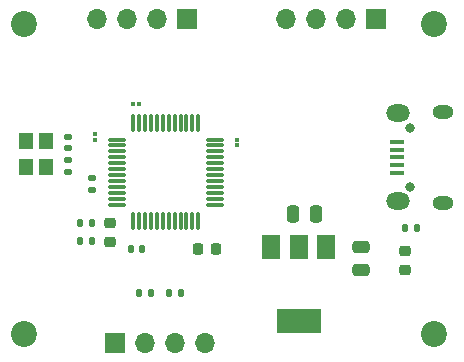
<source format=gbr>
%TF.GenerationSoftware,KiCad,Pcbnew,7.0.1*%
%TF.CreationDate,2023-03-27T05:29:06+01:00*%
%TF.ProjectId,1,312e6b69-6361-4645-9f70-636258585858,rev?*%
%TF.SameCoordinates,Original*%
%TF.FileFunction,Soldermask,Top*%
%TF.FilePolarity,Negative*%
%FSLAX46Y46*%
G04 Gerber Fmt 4.6, Leading zero omitted, Abs format (unit mm)*
G04 Created by KiCad (PCBNEW 7.0.1) date 2023-03-27 05:29:06*
%MOMM*%
%LPD*%
G01*
G04 APERTURE LIST*
G04 Aperture macros list*
%AMRoundRect*
0 Rectangle with rounded corners*
0 $1 Rounding radius*
0 $2 $3 $4 $5 $6 $7 $8 $9 X,Y pos of 4 corners*
0 Add a 4 corners polygon primitive as box body*
4,1,4,$2,$3,$4,$5,$6,$7,$8,$9,$2,$3,0*
0 Add four circle primitives for the rounded corners*
1,1,$1+$1,$2,$3*
1,1,$1+$1,$4,$5*
1,1,$1+$1,$6,$7*
1,1,$1+$1,$8,$9*
0 Add four rect primitives between the rounded corners*
20,1,$1+$1,$2,$3,$4,$5,0*
20,1,$1+$1,$4,$5,$6,$7,0*
20,1,$1+$1,$6,$7,$8,$9,0*
20,1,$1+$1,$8,$9,$2,$3,0*%
G04 Aperture macros list end*
%ADD10RoundRect,0.140000X0.170000X-0.140000X0.170000X0.140000X-0.170000X0.140000X-0.170000X-0.140000X0*%
%ADD11RoundRect,0.075000X-0.075000X0.125000X-0.075000X-0.125000X0.075000X-0.125000X0.075000X0.125000X0*%
%ADD12RoundRect,0.135000X0.135000X0.185000X-0.135000X0.185000X-0.135000X-0.185000X0.135000X-0.185000X0*%
%ADD13R,1.500000X2.000000*%
%ADD14R,3.800000X2.000000*%
%ADD15RoundRect,0.250000X0.475000X-0.250000X0.475000X0.250000X-0.475000X0.250000X-0.475000X-0.250000X0*%
%ADD16R,1.700000X1.700000*%
%ADD17O,1.700000X1.700000*%
%ADD18RoundRect,0.075000X-0.075000X-0.662500X0.075000X-0.662500X0.075000X0.662500X-0.075000X0.662500X0*%
%ADD19RoundRect,0.075000X-0.662500X-0.075000X0.662500X-0.075000X0.662500X0.075000X-0.662500X0.075000X0*%
%ADD20O,1.800000X1.150000*%
%ADD21O,2.000000X1.450000*%
%ADD22R,1.300000X0.450000*%
%ADD23O,0.800000X0.800000*%
%ADD24RoundRect,0.225000X0.225000X0.250000X-0.225000X0.250000X-0.225000X-0.250000X0.225000X-0.250000X0*%
%ADD25RoundRect,0.140000X0.140000X0.170000X-0.140000X0.170000X-0.140000X-0.170000X0.140000X-0.170000X0*%
%ADD26C,2.200000*%
%ADD27RoundRect,0.135000X-0.135000X-0.185000X0.135000X-0.185000X0.135000X0.185000X-0.135000X0.185000X0*%
%ADD28RoundRect,0.250000X-0.250000X-0.475000X0.250000X-0.475000X0.250000X0.475000X-0.250000X0.475000X0*%
%ADD29RoundRect,0.140000X-0.140000X-0.170000X0.140000X-0.170000X0.140000X0.170000X-0.140000X0.170000X0*%
%ADD30R,1.200000X1.400000*%
%ADD31RoundRect,0.075000X-0.125000X-0.075000X0.125000X-0.075000X0.125000X0.075000X-0.125000X0.075000X0*%
%ADD32RoundRect,0.218750X-0.256250X0.218750X-0.256250X-0.218750X0.256250X-0.218750X0.256250X0.218750X0*%
%ADD33RoundRect,0.075000X0.075000X-0.125000X0.075000X0.125000X-0.075000X0.125000X-0.075000X-0.125000X0*%
G04 APERTURE END LIST*
D10*
%TO.C,C7*%
X108250000Y-66480000D03*
X108250000Y-65520000D03*
%TD*%
D11*
%TO.C,C5*%
X120500000Y-62250000D03*
X120500000Y-62750000D03*
%TD*%
D12*
%TO.C,R2*%
X113270000Y-75250000D03*
X112250000Y-75250000D03*
%TD*%
D13*
%TO.C,U2*%
X128050000Y-71350000D03*
X125750000Y-71350000D03*
D14*
X125750000Y-77650000D03*
D13*
X123450000Y-71350000D03*
%TD*%
D15*
%TO.C,C2*%
X131000000Y-73250000D03*
X131000000Y-71350000D03*
%TD*%
D16*
%TO.C,J3*%
X116300000Y-52000000D03*
D17*
X113760000Y-52000000D03*
X111220000Y-52000000D03*
X108680000Y-52000000D03*
%TD*%
D18*
%TO.C,U1*%
X111750000Y-60837500D03*
X112250000Y-60837500D03*
X112750000Y-60837500D03*
X113250000Y-60837500D03*
X113750000Y-60837500D03*
X114250000Y-60837500D03*
X114750000Y-60837500D03*
X115250000Y-60837500D03*
X115750000Y-60837500D03*
X116250000Y-60837500D03*
X116750000Y-60837500D03*
X117250000Y-60837500D03*
D19*
X118662500Y-62250000D03*
X118662500Y-62750000D03*
X118662500Y-63250000D03*
X118662500Y-63750000D03*
X118662500Y-64250000D03*
X118662500Y-64750000D03*
X118662500Y-65250000D03*
X118662500Y-65750000D03*
X118662500Y-66250000D03*
X118662500Y-66750000D03*
X118662500Y-67250000D03*
X118662500Y-67750000D03*
D18*
X117250000Y-69162500D03*
X116750000Y-69162500D03*
X116250000Y-69162500D03*
X115750000Y-69162500D03*
X115250000Y-69162500D03*
X114750000Y-69162500D03*
X114250000Y-69162500D03*
X113750000Y-69162500D03*
X113250000Y-69162500D03*
X112750000Y-69162500D03*
X112250000Y-69162500D03*
X111750000Y-69162500D03*
D19*
X110337500Y-67750000D03*
X110337500Y-67250000D03*
X110337500Y-66750000D03*
X110337500Y-66250000D03*
X110337500Y-65750000D03*
X110337500Y-65250000D03*
X110337500Y-64750000D03*
X110337500Y-64250000D03*
X110337500Y-63750000D03*
X110337500Y-63250000D03*
X110337500Y-62750000D03*
X110337500Y-62250000D03*
%TD*%
D20*
%TO.C,J1*%
X137950000Y-59875000D03*
D21*
X134150000Y-60025000D03*
X134150000Y-67475000D03*
D20*
X137950000Y-67625000D03*
D22*
X134100000Y-62450000D03*
X134100000Y-63100000D03*
X134100000Y-63750000D03*
X134100000Y-64400000D03*
X134100000Y-65050000D03*
D23*
X135200000Y-61250000D03*
X135200000Y-66250000D03*
%TD*%
D24*
%TO.C,C3*%
X118775000Y-71500000D03*
X117225000Y-71500000D03*
%TD*%
D25*
%TO.C,C9*%
X108230000Y-70837500D03*
X107270000Y-70837500D03*
%TD*%
D26*
%TO.C,H1*%
X102500000Y-78750000D03*
%TD*%
D27*
%TO.C,R3*%
X114750000Y-75250000D03*
X115770000Y-75250000D03*
%TD*%
D28*
%TO.C,C1*%
X125300000Y-68550000D03*
X127200000Y-68550000D03*
%TD*%
D29*
%TO.C,C10*%
X111540000Y-71500000D03*
X112500000Y-71500000D03*
%TD*%
D16*
%TO.C,J4*%
X110200000Y-79500000D03*
D17*
X112740000Y-79500000D03*
X115280000Y-79500000D03*
X117820000Y-79500000D03*
%TD*%
D12*
%TO.C,R1*%
X135770000Y-69750000D03*
X134750000Y-69750000D03*
%TD*%
D25*
%TO.C,C8*%
X108230000Y-69337500D03*
X107270000Y-69337500D03*
%TD*%
D16*
%TO.C,J2*%
X132300000Y-52000000D03*
D17*
X129760000Y-52000000D03*
X127220000Y-52000000D03*
X124680000Y-52000000D03*
%TD*%
D30*
%TO.C,Y1*%
X102650000Y-62400000D03*
X102650000Y-64600000D03*
X104350000Y-64600000D03*
X104350000Y-62400000D03*
%TD*%
D26*
%TO.C,H3*%
X102500000Y-52500000D03*
%TD*%
D10*
%TO.C,C12*%
X106250000Y-64960000D03*
X106250000Y-64000000D03*
%TD*%
D31*
%TO.C,C6*%
X111750000Y-59250000D03*
X112250000Y-59250000D03*
%TD*%
D26*
%TO.C,H4*%
X137250000Y-52500000D03*
%TD*%
D10*
%TO.C,C11*%
X106250000Y-62960000D03*
X106250000Y-62000000D03*
%TD*%
D32*
%TO.C,D1*%
X134750000Y-71675000D03*
X134750000Y-73250000D03*
%TD*%
D26*
%TO.C,H2*%
X137250000Y-78750000D03*
%TD*%
D32*
%TO.C,FB1*%
X109750000Y-69337500D03*
X109750000Y-70912500D03*
%TD*%
D33*
%TO.C,C4*%
X108500000Y-62250000D03*
X108500000Y-61750000D03*
%TD*%
M02*

</source>
